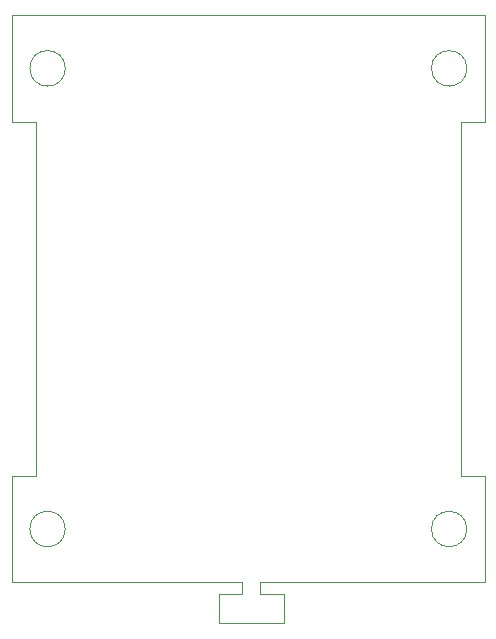
<source format=gbr>
%TF.GenerationSoftware,KiCad,Pcbnew,(5.1.6)-1*%
%TF.CreationDate,2023-10-25T23:53:10+09:00*%
%TF.ProjectId,CMouse-3rd-MOD,434d6f75-7365-42d3-9372-642d4d4f442e,rev?*%
%TF.SameCoordinates,Original*%
%TF.FileFunction,Profile,NP*%
%FSLAX46Y46*%
G04 Gerber Fmt 4.6, Leading zero omitted, Abs format (unit mm)*
G04 Created by KiCad (PCBNEW (5.1.6)-1) date 2023-10-25 23:53:10*
%MOMM*%
%LPD*%
G01*
G04 APERTURE LIST*
%TA.AperFunction,Profile*%
%ADD10C,0.050000*%
%TD*%
G04 APERTURE END LIST*
D10*
X117500000Y-148500000D02*
X117500000Y-151000000D01*
X112000000Y-148500000D02*
X112000000Y-151000000D01*
X112000000Y-148500000D02*
X114000000Y-148500000D01*
X115500000Y-148500000D02*
X117500000Y-148500000D01*
X115500000Y-147500000D02*
X115500000Y-148500000D01*
X134500000Y-147500000D02*
X115500000Y-147500000D01*
X114000000Y-147500000D02*
X114000000Y-148500000D01*
X94500000Y-147500000D02*
X114000000Y-147500000D01*
X112000000Y-151000000D02*
X117500000Y-151000000D01*
X133000000Y-143000000D02*
G75*
G03*
X133000000Y-143000000I-1500000J0D01*
G01*
X133000000Y-104000000D02*
G75*
G03*
X133000000Y-104000000I-1500000J0D01*
G01*
X99000000Y-104000000D02*
G75*
G03*
X99000000Y-104000000I-1500000J0D01*
G01*
X99000000Y-143000000D02*
G75*
G03*
X99000000Y-143000000I-1500000J0D01*
G01*
X94500000Y-108500000D02*
X94500000Y-99500000D01*
X96500000Y-108500000D02*
X94500000Y-108500000D01*
X96500000Y-138500000D02*
X96500000Y-108500000D01*
X94500000Y-138500000D02*
X96500000Y-138500000D01*
X94500000Y-147500000D02*
X94500000Y-138500000D01*
X134500000Y-138500000D02*
X134500000Y-147500000D01*
X132500000Y-138500000D02*
X134500000Y-138500000D01*
X132500000Y-108500000D02*
X132500000Y-138500000D01*
X134500000Y-108500000D02*
X132500000Y-108500000D01*
X134500000Y-99500000D02*
X134500000Y-108500000D01*
X94500000Y-99500000D02*
X134500000Y-99500000D01*
M02*

</source>
